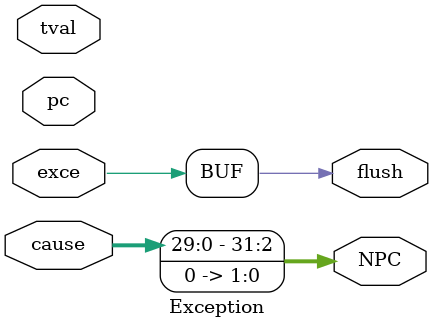
<source format=v>
`timescale 1ns / 1ps

module Exception(
        pc,cause,exce/*flag*/,tval,
        flush,NPC
    );
    input [31:0]pc,cause,tval;
    input exce;
    output flush;
    output [31:0]NPC;
    
    assign NPC=cause<<2;
    assign flush=exce;
endmodule

</source>
